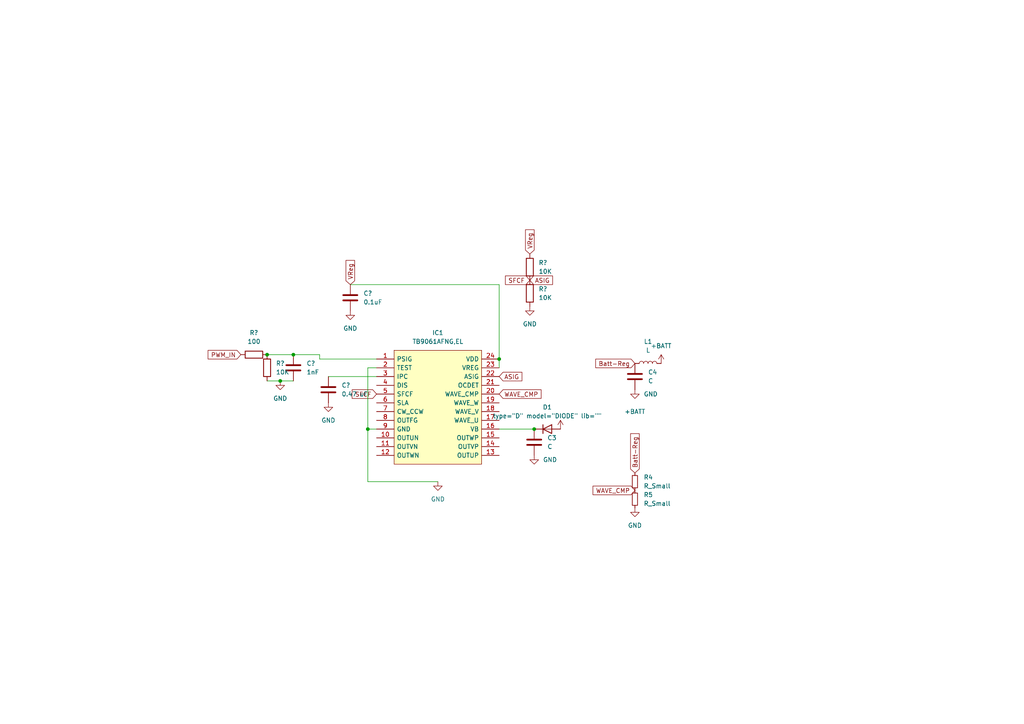
<source format=kicad_sch>
(kicad_sch (version 20211123) (generator eeschema)
  (paper "A4")
  (lib_symbols
    (symbol "Device:C" (pin_numbers hide) (pin_names (offset 0.254))
      (property "Reference" "C" (at 0.635 2.54 0))
      (property "Value" "C" (at 0.635 -2.54 0))
      (symbol "C_0_1"
        (polyline (pts (xy -2.032 -0.762) (xy 2.032 -0.762)) (stroke (width 0.508)))
        (polyline (pts (xy -2.032 0.762) (xy 2.032 0.762)) (stroke (width 0.508)))
      )
      (symbol "C_1_1"
        (pin passive line (at 0 3.81 270) (length 2.794) (name "~") (number "1"))
        (pin passive line (at 0 -3.81 90) (length 2.794) (name "~") (number "2"))
      )
    )
    (symbol "Device:L" (pin_numbers hide) (pin_names (offset 1.016) hide)
      (property "Reference" "L" (at -1.27 0 90))
      (property "Value" "L" (at 1.905 0 90))
      (symbol "L_0_1"
        (arc (start 0 -2.54) (mid 0.635 -1.905) (end 0 -1.27))
        (arc (start 0 -1.27) (mid 0.635 -0.635) (end 0 0))
        (arc (start 0 0) (mid 0.635 0.635) (end 0 1.27))
        (arc (start 0 1.27) (mid 0.635 1.905) (end 0 2.54))
      )
      (symbol "L_1_1"
        (pin passive line (at 0 3.81 270) (length 1.27) (name "1") (number "1"))
        (pin passive line (at 0 -3.81 90) (length 1.27) (name "2") (number "2"))
      )
    )
    (symbol "Device:R" (pin_numbers hide) (pin_names (offset 0))
      (property "Reference" "R" (at 2.032 0 90))
      (property "Value" "R" (at 0 0 90))
      (symbol "R_0_1"
        (rectangle (start -1.016 -2.54) (end 1.016 2.54) (stroke (width 0.254)))
      )
      (symbol "R_1_1"
        (pin passive line (at 0 3.81 270) (length 1.27) (name "~") (number "1"))
        (pin passive line (at 0 -3.81 90) (length 1.27) (name "~") (number "2"))
      )
    )
    (symbol "Device:R_Small" (pin_numbers hide) (pin_names (offset 0.254) hide)
      (property "Reference" "R" (at 0.762 0.508 0))
      (property "Value" "R_Small" (at 0.762 -1.016 0))
      (symbol "R_Small_0_1"
        (rectangle (start -0.762 1.778) (end 0.762 -1.778) (stroke (width 0.2032)))
      )
      (symbol "R_Small_1_1"
        (pin passive line (at 0 2.54 270) (length 0.762) (name "~") (number "1"))
        (pin passive line (at 0 -2.54 90) (length 0.762) (name "~") (number "2"))
      )
    )
    (symbol "Simulation_SPICE:DIODE" (pin_numbers hide) (pin_names (offset 1.016) hide)
      (property "Reference" "D" (at 0 2.54 0))
      (property "Value" "DIODE" (at 0 -2.54 0))
      (symbol "DIODE_0_1"
        (polyline (pts (xy 1.27 0) (xy -1.27 0)))
        (polyline (pts (xy 1.27 1.27) (xy 1.27 -1.27)) (stroke (width 0.254)))
        (polyline (pts (xy -1.27 -1.27) (xy -1.27 1.27) (xy 1.27 0) (xy -1.27 -1.27)) (stroke (width 0.254)))
      )
      (symbol "DIODE_1_1"
        (pin passive line (at -3.81 0 0) (length 2.54) (name "A") (number "1"))
        (pin passive line (at 3.81 0 180) (length 2.54) (name "K") (number "2"))
      )
    )
    (symbol "TB9061AFNG:TB9061AFNG,EL" (pin_names (offset 0.762))
      (property "Reference" "IC" (at 31.75 7.62 0))
      (property "Value" "TB9061AFNG,EL" (at 31.75 5.08 0))
      (symbol "TB9061AFNG,EL_0_0"
        (pin passive line (at 0 0 0) (length 5.08) (name "PSIG") (number "1"))
        (pin passive line (at 0 -22.86 0) (length 5.08) (name "OUTUN") (number "10"))
        (pin passive line (at 0 -25.4 0) (length 5.08) (name "OUTVN") (number "11"))
        (pin passive line (at 0 -27.94 0) (length 5.08) (name "OUTWN") (number "12"))
        (pin passive line (at 35.56 -27.94 180) (length 5.08) (name "OUTUP") (number "13"))
        (pin passive line (at 35.56 -25.4 180) (length 5.08) (name "OUTVP") (number "14"))
        (pin passive line (at 35.56 -22.86 180) (length 5.08) (name "OUTWP") (number "15"))
        (pin passive line (at 35.56 -20.32 180) (length 5.08) (name "VB") (number "16"))
        (pin passive line (at 35.56 -17.78 180) (length 5.08) (name "WAVE_U") (number "17"))
        (pin passive line (at 35.56 -15.24 180) (length 5.08) (name "WAVE_V") (number "18"))
        (pin passive line (at 35.56 -12.7 180) (length 5.08) (name "WAVE_W") (number "19"))
        (pin passive line (at 0 -2.54 0) (length 5.08) (name "TEST") (number "2"))
        (pin passive line (at 35.56 -10.16 180) (length 5.08) (name "WAVE_CMP") (number "20"))
        (pin passive line (at 35.56 -7.62 180) (length 5.08) (name "OCDET") (number "21"))
        (pin passive line (at 35.56 -5.08 180) (length 5.08) (name "ASIG") (number "22"))
        (pin passive line (at 35.56 -2.54 180) (length 5.08) (name "VREG") (number "23"))
        (pin passive line (at 35.56 0 180) (length 5.08) (name "VDD") (number "24"))
        (pin passive line (at 0 -5.08 0) (length 5.08) (name "IPC") (number "3"))
        (pin passive line (at 0 -7.62 0) (length 5.08) (name "DIS") (number "4"))
        (pin passive line (at 0 -10.16 0) (length 5.08) (name "SFCF") (number "5"))
        (pin passive line (at 0 -12.7 0) (length 5.08) (name "SLA") (number "6"))
        (pin passive line (at 0 -15.24 0) (length 5.08) (name "CW_CCW") (number "7"))
        (pin passive line (at 0 -17.78 0) (length 5.08) (name "OUTFG") (number "8"))
        (pin passive line (at 0 -20.32 0) (length 5.08) (name "GND") (number "9"))
      )
      (symbol "TB9061AFNG,EL_0_1"
        (polyline (pts (xy 5.08 2.54) (xy 30.48 2.54) (xy 30.48 -30.48) (xy 5.08 -30.48) (xy 5.08 2.54)) (stroke (width 0.1524)) (fill (type background)))
      )
    )
    (symbol "power:+BATT" (power) (pin_names (offset 0))
      (property "Value" "+BATT" (at 0 3.556 0))
      (symbol "+BATT_0_1"
        (polyline (pts (xy -0.762 1.27) (xy 0 2.54)))
        (polyline (pts (xy 0 0) (xy 0 2.54)))
        (polyline (pts (xy 0 2.54) (xy 0.762 1.27)))
      )
      (symbol "+BATT_1_1"
        (pin power_in line (at 0 0 90) (length 0) hide (name "+BATT") (number "1"))
      )
    )
    (symbol "power:GND" (power) (pin_names (offset 0))
      (property "Value" "GND" (at 0 -3.81 0))
      (symbol "GND_0_1"
        (polyline (pts (xy 0 0) (xy 0 -1.27) (xy 1.27 -1.27) (xy 0 -2.54) (xy -1.27 -1.27) (xy 0 -1.27)))
      )
      (symbol "GND_1_1"
        (pin power_in line (at 0 0 270) (length 0) hide (name "GND") (number "1"))
      )
    )
  )
  (junction (at 154.94 124.46))
  (junction (at 106.68 124.46))
  (junction (at 77.47 102.87))
  (junction (at 85.09 102.87))
  (junction (at 144.78 104.14))
  (junction (at 81.28 110.49))
  (wire (pts (xy 81.28 110.49) (xy 85.09 110.49)))
  (wire (pts (xy 106.68 124.46) (xy 109.22 124.46)))
  (wire (pts (xy 144.78 104.14) (xy 144.78 106.68)))
  (wire (pts (xy 92.71 102.87) (xy 85.09 102.87)))
  (wire (pts (xy 106.68 124.46) (xy 106.68 106.68)))
  (wire (pts (xy 109.22 104.14) (xy 92.71 104.14)))
  (wire (pts (xy 95.25 109.22) (xy 109.22 109.22)))
  (wire (pts (xy 77.47 102.87) (xy 85.09 102.87)))
  (wire (pts (xy 127 139.7) (xy 106.68 139.7)))
  (wire (pts (xy 92.71 104.14) (xy 92.71 102.87)))
  (wire (pts (xy 144.78 82.55) (xy 144.78 104.14)))
  (wire (pts (xy 106.68 106.68) (xy 109.22 106.68)))
  (wire (pts (xy 154.94 124.46) (xy 144.78 124.46)))
  (wire (pts (xy 106.68 139.7) (xy 106.68 124.46)))
  (wire (pts (xy 101.6 82.55) (xy 144.78 82.55)))
  (wire (pts (xy 77.47 110.49) (xy 81.28 110.49)))
  (global_label "ASIG" (shape input) (at 144.78 109.22 0) (property "Intersheet References" "${INTERSHEET_REFS}" (effects hide)))
  (global_label "VReg" (shape input) (at 153.67 73.66 90) (property "Intersheet References" "${INTERSHEET_REFS}" (effects hide)))
  (global_label "SFCF" (shape input) (at 153.67 81.28 180) (property "Intersheet References" "${INTERSHEET_REFS}" (effects hide)))
  (global_label "SFCF" (shape input) (at 109.22 114.3 180) (property "Intersheet References" "${INTERSHEET_REFS}" (effects hide)))
  (global_label "Batt-Reg" (shape input) (at 184.15 105.41 180) (property "Intersheet References" "${INTERSHEET_REFS}" (effects hide)))
  (global_label "WAVE_CMP" (shape input) (at 184.15 142.24 180) (property "Intersheet References" "${INTERSHEET_REFS}" (effects hide)))
  (global_label "ASIG" (shape input) (at 153.67 81.28 0) (property "Intersheet References" "${INTERSHEET_REFS}" (effects hide)))
  (global_label "VReg" (shape input) (at 101.6 82.55 90) (property "Intersheet References" "${INTERSHEET_REFS}" (effects hide)))
  (global_label "WAVE_CMP" (shape input) (at 144.78 114.3 0) (property "Intersheet References" "${INTERSHEET_REFS}" (effects hide)))
  (global_label "Batt-Reg" (shape input) (at 184.15 137.16 90) (property "Intersheet References" "${INTERSHEET_REFS}" (effects hide)))
  (global_label "PWM_IN" (shape input) (at 69.85 102.87 180) (property "Intersheet References" "${INTERSHEET_REFS}" (effects hide)))
  (symbol (lib_id "power:GND") (at 154.94 132.08 0) (unit 1)
    (property "Reference" "#PWR0107" (effects hide))
    (property "Value" "GND" (at 157.48 133.3499 0) (effects (justify left)))
  )
  (symbol (lib_id "power:GND") (at 81.28 110.49 0) (unit 1)
    (property "Reference" "#PWR?" (effects hide))
    (property "Value" "GND" (at 81.28 115.57 0))
  )
  (symbol (lib_id "Device:R") (at 153.67 85.09 0) (unit 1)
    (property "Reference" "R?" (at 156.21 83.8199 0) (effects (justify left)))
    (property "Value" "10K" (at 156.21 86.3599 0) (effects (justify left)))
  )
  (symbol (lib_id "power:GND") (at 184.15 147.32 0) (unit 1)
    (property "Reference" "#PWR0102" (effects hide))
    (property "Value" "GND" (at 184.15 152.4 0))
  )
  (symbol (lib_id "Device:R") (at 77.47 106.68 180) (unit 1)
    (property "Reference" "R?" (at 80.01 105.4099 0) (effects (justify right)))
    (property "Value" "10K" (at 80.01 107.9499 0) (effects (justify right)))
  )
  (symbol (lib_id "Device:R_Small") (at 184.15 144.78 0) (unit 1)
    (property "Reference" "R5" (at 186.69 143.5099 0) (effects (justify left)))
    (property "Value" "R_Small" (at 186.69 146.0499 0) (effects (justify left)))
  )
  (symbol (lib_id "Device:C") (at 85.09 106.68 0) (unit 1)
    (property "Reference" "C?" (at 88.9 105.4099 0) (effects (justify left)))
    (property "Value" "1nF" (at 88.9 107.9499 0) (effects (justify left)))
  )
  (symbol (lib_id "Device:C") (at 154.94 128.27 0) (unit 1)
    (property "Reference" "C3" (at 158.75 126.9999 0) (effects (justify left)))
    (property "Value" "C" (at 158.75 129.5399 0) (effects (justify left)))
  )
  (symbol (lib_id "power:+BATT") (at 191.77 105.41 0) (unit 1)
    (property "Reference" "#PWR0110" (effects hide))
    (property "Value" "+BATT" (at 191.77 100.33 0))
  )
  (symbol (lib_id "Device:C") (at 101.6 86.36 0) (unit 1)
    (property "Reference" "C?" (at 105.41 85.0899 0) (effects (justify left)))
    (property "Value" "0.1uF" (at 105.41 87.6299 0) (effects (justify left)))
  )
  (symbol (lib_id "power:GND") (at 95.25 116.84 0) (unit 1)
    (property "Reference" "#PWR?" (effects hide))
    (property "Value" "GND" (at 95.25 121.92 0))
  )
  (symbol (lib_id "Device:C") (at 95.25 113.03 180) (unit 1)
    (property "Reference" "C?" (at 99.06 111.7599 0) (effects (justify right)))
    (property "Value" "0.47 uF" (at 99.06 114.2999 0) (effects (justify right)))
  )
  (symbol (lib_id "Device:R_Small") (at 184.15 139.7 0) (unit 1)
    (property "Reference" "R4" (at 186.69 138.4299 0) (effects (justify left)))
    (property "Value" "R_Small" (at 186.69 140.9699 0) (effects (justify left)))
  )
  (symbol (lib_id "Device:R") (at 153.67 77.47 0) (unit 1)
    (property "Reference" "R?" (at 156.21 76.1999 0) (effects (justify left)))
    (property "Value" "10K" (at 156.21 78.7399 0) (effects (justify left)))
  )
  (symbol (lib_id "Simulation_SPICE:DIODE") (at 158.75 124.46 180) (unit 1)
    (property "Reference" "D1" (at 158.75 118.11 0))
    (property "Value" "DIODE" (at 158.75 120.65 0))
    (property "Spice_Netlist_Enabled" "Y" (effects hide))
    (property "Spice_Primitive" "D" (effects hide))
  )
  (symbol (lib_id "TB9061AFNG:TB9061AFNG,EL") (at 109.22 104.14 0) (unit 1)
    (property "Reference" "IC1" (at 127 96.52 0))
    (property "Value" "TB9061AFNG,EL" (at 127 99.06 0))
    (property "Footprint" "SOP65P760X160-24N" (effects hide))
    (property "Datasheet" "https://datasheet.datasheetarchive.com/originals/distributors/Datasheets_SAMA/2e224b8eff99c5a559bb7338490d6a78.pdf" (effects hide))
    (property "Description" "Motor / Motion / Ignition Controllers & Drivers 3Phase Motor PreDrvr Automotive; AEC-Q100" (effects hide))
    (property "Height" "1.6" (effects hide))
    (property "Mouser Part Number" "757-TB9061AFNG,EL" (effects hide))
    (property "Mouser Price/Stock" "https://www.mouser.co.uk/ProductDetail/Toshiba/TB9061AFNGEL?qs=Zz7%252BYVVL6bFPI%2FJC2kcjdw%3D%3D" (effects hide))
    (property "Manufacturer_Name" "Toshiba" (effects hide))
    (property "Manufacturer_Part_Number" "TB9061AFNG,EL" (effects hide))
  )
  (symbol (lib_id "Device:L") (at 187.96 105.41 90) (unit 1)
    (property "Reference" "L1" (at 187.96 99.06 90))
    (property "Value" "L" (at 187.96 101.6 90))
  )
  (symbol (lib_id "power:+BATT") (at 162.56 124.46 0) (unit 1)
    (property "Reference" "#PWR0108" (effects hide))
    (property "Value" "+BATT" (at 184.15 119.38 0))
  )
  (symbol (lib_id "power:GND") (at 153.67 88.9 0) (unit 1)
    (property "Reference" "#PWR?" (effects hide))
    (property "Value" "GND" (at 153.67 93.98 0))
  )
  (symbol (lib_id "power:GND") (at 101.6 90.17 0) (unit 1)
    (property "Reference" "#PWR?" (effects hide))
    (property "Value" "GND" (at 101.6 95.25 0))
  )
  (symbol (lib_id "Device:R") (at 73.66 102.87 90) (unit 1)
    (property "Reference" "R?" (at 73.66 96.52 90))
    (property "Value" "100" (at 73.66 99.06 90))
  )
  (symbol (lib_id "power:GND") (at 184.15 113.03 0) (unit 1)
    (property "Reference" "#PWR0109" (effects hide))
    (property "Value" "GND" (at 186.69 114.2999 0) (effects (justify left)))
  )
  (symbol (lib_id "Device:C") (at 184.15 109.22 0) (unit 1)
    (property "Reference" "C4" (at 187.96 107.9499 0) (effects (justify left)))
    (property "Value" "C" (at 187.96 110.4899 0) (effects (justify left)))
  )
  (symbol (lib_id "power:GND") (at 127 139.7 0) (unit 1)
    (property "Reference" "#PWR0103" (effects hide))
    (property "Value" "GND" (at 127 144.78 0))
  )
)
</source>
